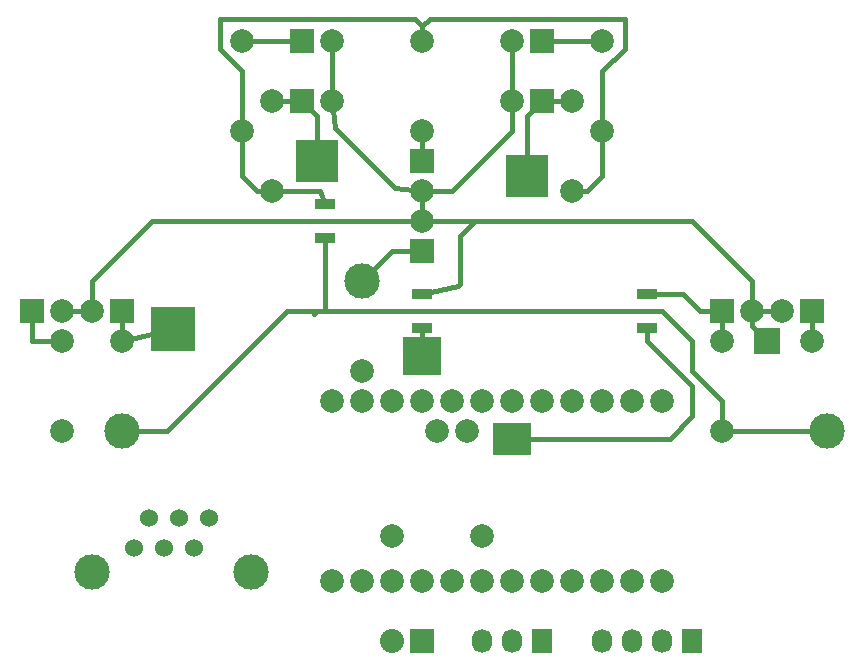
<source format=gbr>
G04 #@! TF.FileFunction,Copper,L2,Bot,Signal*
%FSLAX46Y46*%
G04 Gerber Fmt 4.6, Leading zero omitted, Abs format (unit mm)*
G04 Created by KiCad (PCBNEW 4.0.2+dfsg1-stable) date Пят 15 Ліп 2016 18:00:04*
%MOMM*%
G01*
G04 APERTURE LIST*
%ADD10C,0.100000*%
%ADD11C,1.524000*%
%ADD12C,2.999740*%
%ADD13C,1.998980*%
%ADD14C,2.998980*%
%ADD15R,3.535200X3.535200*%
%ADD16R,3.635200X3.665200*%
%ADD17R,3.735200X3.735200*%
%ADD18R,2.000000X2.000000*%
%ADD19C,2.000000*%
%ADD20R,2.032000X2.032000*%
%ADD21O,2.032000X2.032000*%
%ADD22R,1.727200X2.032000*%
%ADD23O,1.727200X2.032000*%
%ADD24R,3.235200X3.235200*%
%ADD25R,1.700000X0.900000*%
%ADD26R,3.235200X2.735200*%
%ADD27R,2.235200X2.235200*%
%ADD28C,0.400000*%
G04 APERTURE END LIST*
D10*
D11*
X126746000Y-147066000D03*
X124206000Y-147066000D03*
X129286000Y-147066000D03*
X122936000Y-149606000D03*
X125476000Y-149606000D03*
X128016000Y-149606000D03*
D12*
X132842000Y-151638000D03*
X119380000Y-151638000D03*
D13*
X180340000Y-132080000D03*
D14*
X181610000Y-139700000D03*
D15*
X138430000Y-116840000D03*
D16*
X156210000Y-118110000D03*
D17*
X126238000Y-131064000D03*
D18*
X157480000Y-106680000D03*
D19*
X154940000Y-106680000D03*
D18*
X157480000Y-111760000D03*
D19*
X154940000Y-111760000D03*
D18*
X137160000Y-106680000D03*
D19*
X139700000Y-106680000D03*
D18*
X137160000Y-111760000D03*
D19*
X139700000Y-111760000D03*
D18*
X147320000Y-116840000D03*
D19*
X147320000Y-119380000D03*
D18*
X147320000Y-124460000D03*
D19*
X147320000Y-121920000D03*
D18*
X114300000Y-129540000D03*
D19*
X116840000Y-129540000D03*
D18*
X121920000Y-129540000D03*
D19*
X119380000Y-129540000D03*
D18*
X180340000Y-129540000D03*
D19*
X177800000Y-129540000D03*
D18*
X172720000Y-129540000D03*
D19*
X175260000Y-129540000D03*
D20*
X147320000Y-157480000D03*
D21*
X144780000Y-157480000D03*
D22*
X170180000Y-157480000D03*
D23*
X167640000Y-157480000D03*
X165100000Y-157480000D03*
X162560000Y-157480000D03*
D22*
X157480000Y-157480000D03*
D23*
X154940000Y-157480000D03*
X152400000Y-157480000D03*
D13*
X162560000Y-106680000D03*
X162560000Y-114300000D03*
X160020000Y-111760000D03*
X160020000Y-119380000D03*
X132080000Y-106680000D03*
X132080000Y-114300000D03*
X134620000Y-111760000D03*
X134620000Y-119380000D03*
X147320000Y-114300000D03*
X147320000Y-106680000D03*
D14*
X142240000Y-127000000D03*
D13*
X142240000Y-134620000D03*
X116840000Y-132080000D03*
X116840000Y-139700000D03*
X121920000Y-132080000D03*
D14*
X121920000Y-139700000D03*
D13*
X172720000Y-132080000D03*
X172720000Y-139700000D03*
X152400000Y-148590000D03*
X144780000Y-148590000D03*
D19*
X139700000Y-137160000D03*
X142240000Y-137160000D03*
X144780000Y-137160000D03*
X147320000Y-137160000D03*
X149860000Y-137160000D03*
X160020000Y-137160000D03*
X162560000Y-137160000D03*
X165100000Y-137160000D03*
X167640000Y-137160000D03*
X148590000Y-139700000D03*
X151130000Y-139700000D03*
X160020000Y-152400000D03*
X157480000Y-152400000D03*
X154940000Y-152400000D03*
X152400000Y-152400000D03*
X149860000Y-152400000D03*
X147320000Y-152400000D03*
X144780000Y-152400000D03*
X142240000Y-152400000D03*
X139700000Y-152400000D03*
X162560000Y-152400000D03*
X165100000Y-152400000D03*
X167640000Y-152400000D03*
X152400000Y-137160000D03*
X154940000Y-137160000D03*
X157480000Y-137160000D03*
D24*
X147320000Y-133350000D03*
D25*
X139065000Y-120470000D03*
X139065000Y-123370000D03*
X147320000Y-128090000D03*
X147320000Y-130990000D03*
D26*
X154940000Y-140335000D03*
D25*
X166370000Y-130990000D03*
X166370000Y-128090000D03*
D27*
X176530000Y-132080000D03*
D28*
X157480000Y-106680000D02*
X162560000Y-106680000D01*
X175260000Y-129540000D02*
X175260000Y-130810000D01*
X175260000Y-130810000D02*
X176530000Y-132080000D01*
X147320000Y-128090000D02*
X150315000Y-127455000D01*
X150495000Y-123190000D02*
X151765000Y-121920000D01*
X150495000Y-127275000D02*
X150495000Y-123190000D01*
X150315000Y-127455000D02*
X150495000Y-127275000D01*
X147320000Y-121920000D02*
X124460000Y-121920000D01*
X119380000Y-127000000D02*
X119380000Y-129540000D01*
X124460000Y-121920000D02*
X119380000Y-127000000D01*
X147320000Y-121920000D02*
X151765000Y-121920000D01*
X151765000Y-121920000D02*
X170180000Y-121920000D01*
X175260000Y-127000000D02*
X175260000Y-129540000D01*
X170180000Y-121920000D02*
X175260000Y-127000000D01*
X147320000Y-119380000D02*
X149860000Y-119380000D01*
X154940000Y-114300000D02*
X154940000Y-111760000D01*
X149860000Y-119380000D02*
X154940000Y-114300000D01*
X147320000Y-119380000D02*
X145034000Y-119126000D01*
X139954000Y-114046000D02*
X139700000Y-111760000D01*
X145034000Y-119126000D02*
X139954000Y-114046000D01*
X116840000Y-129540000D02*
X119380000Y-129540000D01*
X175260000Y-129540000D02*
X177800000Y-129540000D01*
X139700000Y-111760000D02*
X139700000Y-106680000D01*
X154940000Y-111760000D02*
X154940000Y-106680000D01*
X147320000Y-119380000D02*
X147320000Y-121920000D01*
X156210000Y-118110000D02*
X156210000Y-113030000D01*
X156210000Y-113030000D02*
X157480000Y-111760000D01*
X157480000Y-111760000D02*
X160020000Y-111760000D01*
X137160000Y-106680000D02*
X132080000Y-106680000D01*
X138430000Y-116840000D02*
X138430000Y-113030000D01*
X138430000Y-113030000D02*
X137160000Y-111760000D01*
X134620000Y-111760000D02*
X137160000Y-111760000D01*
X147320000Y-114300000D02*
X147320000Y-116840000D01*
X147320000Y-124460000D02*
X144780000Y-124460000D01*
X144780000Y-124460000D02*
X142240000Y-127000000D01*
X114300000Y-129540000D02*
X114300000Y-132080000D01*
X114300000Y-132080000D02*
X116840000Y-132080000D01*
X126238000Y-131064000D02*
X121920000Y-132080000D01*
X121920000Y-129540000D02*
X121920000Y-132080000D01*
X180340000Y-129540000D02*
X180340000Y-132080000D01*
X172720000Y-129540000D02*
X170815000Y-129540000D01*
X169365000Y-128090000D02*
X166370000Y-128090000D01*
X170815000Y-129540000D02*
X169365000Y-128090000D01*
X172720000Y-129540000D02*
X172720000Y-132080000D01*
X139446000Y-129540000D02*
X138430000Y-129540000D01*
X138430000Y-129540000D02*
X138176000Y-129794000D01*
X125730000Y-139700000D02*
X135890000Y-129540000D01*
X125730000Y-139700000D02*
X121920000Y-139700000D01*
X135890000Y-129540000D02*
X138430000Y-129540000D01*
X139065000Y-123370000D02*
X139065000Y-129540000D01*
X170180000Y-134620000D02*
X172720000Y-137160000D01*
X170180000Y-132080000D02*
X170180000Y-134620000D01*
X167640000Y-129540000D02*
X170180000Y-132080000D01*
X172720000Y-137160000D02*
X172720000Y-139700000D01*
X139065000Y-129540000D02*
X139446000Y-129540000D01*
X139446000Y-129540000D02*
X141732000Y-129540000D01*
X141732000Y-129540000D02*
X167640000Y-129540000D01*
X172720000Y-139700000D02*
X180340000Y-139700000D01*
X162560000Y-114300000D02*
X162560000Y-109220000D01*
X147955000Y-104775000D02*
X147320000Y-105410000D01*
X164465000Y-104775000D02*
X147955000Y-104775000D01*
X164465000Y-107315000D02*
X164465000Y-104775000D01*
X162560000Y-109220000D02*
X164465000Y-107315000D01*
X146685000Y-104775000D02*
X147320000Y-105410000D01*
X147320000Y-105410000D02*
X147320000Y-106680000D01*
X162560000Y-114300000D02*
X162560000Y-118110000D01*
X161290000Y-119380000D02*
X160020000Y-119380000D01*
X162560000Y-118110000D02*
X161290000Y-119380000D01*
X132080000Y-114300000D02*
X132080000Y-115824000D01*
X132080000Y-114300000D02*
X132080000Y-109220000D01*
X132080000Y-109220000D02*
X130175000Y-107315000D01*
X130175000Y-107315000D02*
X130175000Y-104775000D01*
X130175000Y-104775000D02*
X146685000Y-104775000D01*
X132080000Y-115824000D02*
X132080000Y-118110000D01*
X132080000Y-118110000D02*
X133350000Y-119380000D01*
X134620000Y-119380000D02*
X138610000Y-119380000D01*
X138610000Y-119380000D02*
X139065000Y-120470000D01*
X138610000Y-119380000D02*
X139065000Y-120470000D01*
X133350000Y-119380000D02*
X134620000Y-119380000D01*
X147320000Y-133350000D02*
X147320000Y-130990000D01*
X166370000Y-130990000D02*
X166370000Y-132080000D01*
X168275000Y-140335000D02*
X154940000Y-140335000D01*
X170180000Y-138430000D02*
X168275000Y-140335000D01*
X170180000Y-135890000D02*
X170180000Y-138430000D01*
X166370000Y-132080000D02*
X170180000Y-135890000D01*
M02*

</source>
